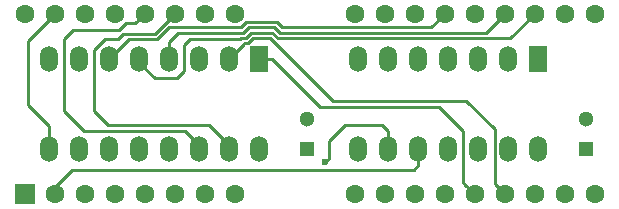
<source format=gbl>
G04 #@! TF.FileFunction,Copper,L4,Bot,Signal*
%FSLAX46Y46*%
G04 Gerber Fmt 4.6, Leading zero omitted, Abs format (unit mm)*
G04 Created by KiCad (PCBNEW 4.0.2-stable) date 5/20/2016 6:39:27 AM*
%MOMM*%
G01*
G04 APERTURE LIST*
%ADD10C,0.100000*%
%ADD11R,1.700000X1.700000*%
%ADD12C,1.600000*%
%ADD13R,1.501140X2.199640*%
%ADD14O,1.501140X2.199640*%
%ADD15R,1.300000X1.300000*%
%ADD16C,1.300000*%
%ADD17C,0.600000*%
%ADD18C,0.254000*%
%ADD19C,0.250000*%
G04 APERTURE END LIST*
D10*
D11*
X130399000Y-97937000D03*
D12*
X132939000Y-97937000D03*
X135479000Y-97937000D03*
X138019000Y-97937000D03*
X140559000Y-97937000D03*
X143099000Y-97937000D03*
X145639000Y-97937000D03*
X148179000Y-97937000D03*
X158339000Y-97937000D03*
X160879000Y-97937000D03*
X163419000Y-97937000D03*
X165959000Y-97937000D03*
X168499000Y-97937000D03*
X171039000Y-97937000D03*
X173579000Y-97937000D03*
X176119000Y-97937000D03*
X178659000Y-97937000D03*
X178659000Y-82697000D03*
X176119000Y-82697000D03*
X173579000Y-82697000D03*
X171039000Y-82697000D03*
X168499000Y-82697000D03*
X165959000Y-82697000D03*
X163419000Y-82697000D03*
X160879000Y-82697000D03*
X158339000Y-82697000D03*
X148179000Y-82697000D03*
X145639000Y-82697000D03*
X143099000Y-82697000D03*
X140559000Y-82697000D03*
X138019000Y-82697000D03*
X135479000Y-82697000D03*
X132939000Y-82697000D03*
X130399000Y-82697000D03*
D13*
X150266400Y-86512400D03*
D14*
X147726400Y-86512400D03*
X145186400Y-86512400D03*
X142646400Y-86512400D03*
X140106400Y-86512400D03*
X137566400Y-86512400D03*
X135026400Y-86512400D03*
X132486400Y-86512400D03*
X132486400Y-94132400D03*
X135026400Y-94132400D03*
X137566400Y-94132400D03*
X140106400Y-94132400D03*
X142646400Y-94132400D03*
X145186400Y-94132400D03*
X147726400Y-94132400D03*
X150266400Y-94132400D03*
D13*
X173863000Y-86487000D03*
D14*
X171323000Y-86487000D03*
X168783000Y-86487000D03*
X166243000Y-86487000D03*
X163703000Y-86487000D03*
X161163000Y-86487000D03*
X158623000Y-86487000D03*
X158623000Y-94107000D03*
X161163000Y-94107000D03*
X163703000Y-94107000D03*
X166243000Y-94107000D03*
X168783000Y-94107000D03*
X171323000Y-94107000D03*
X173863000Y-94107000D03*
D15*
X177927000Y-94107000D03*
D16*
X177927000Y-91607000D03*
D15*
X154305000Y-94107000D03*
D16*
X154305000Y-91607000D03*
D17*
X155829000Y-95250000D03*
D18*
X167699001Y-97137001D02*
X168499000Y-97937000D01*
X167513000Y-96951000D02*
X167699001Y-97137001D01*
X167513000Y-92583000D02*
X167513000Y-96951000D01*
X151295000Y-86487000D02*
X155359000Y-90551000D01*
X165481000Y-90551000D02*
X167513000Y-92583000D01*
X150241000Y-86487000D02*
X151295000Y-86487000D01*
X155359000Y-90551000D02*
X165481000Y-90551000D01*
D19*
X149733000Y-84734400D02*
X151155400Y-84734400D01*
X151155400Y-84734400D02*
X151432990Y-85011990D01*
X149631338Y-84836000D02*
X149631400Y-84836000D01*
X149631400Y-84836000D02*
X149733000Y-84734400D01*
X147701000Y-86487000D02*
X148971000Y-85217000D01*
X149181768Y-85184032D02*
X149283306Y-85184032D01*
X148971000Y-85217000D02*
X148971000Y-85184034D01*
X148971000Y-85184034D02*
X149181766Y-85184034D01*
X149181766Y-85184034D02*
X149181768Y-85184032D01*
X149283306Y-85184032D02*
X149631338Y-84836000D01*
D18*
X151432990Y-85011990D02*
X156464000Y-90043000D01*
X170195990Y-92471990D02*
X170195990Y-97093990D01*
X156464000Y-90043000D02*
X167767000Y-90043000D01*
X167767000Y-90043000D02*
X170195990Y-92471990D01*
X170195990Y-97093990D02*
X171039000Y-97937000D01*
X148740537Y-84732023D02*
X148636560Y-84836000D01*
X140081000Y-86837000D02*
X140081000Y-86487000D01*
X171511010Y-84764990D02*
X151828057Y-84764989D01*
X141382000Y-88138000D02*
X140081000Y-86837000D01*
X143256000Y-88138000D02*
X141382000Y-88138000D01*
X143891000Y-87503000D02*
X143256000Y-88138000D01*
X144399000Y-84836000D02*
X143891000Y-85344000D01*
X143891000Y-85344000D02*
X143891000Y-87503000D01*
X149545709Y-84282389D02*
X149096075Y-84732023D01*
X149096075Y-84732023D02*
X148740537Y-84732023D01*
X151828057Y-84764989D02*
X151345457Y-84282389D01*
X173579000Y-82697000D02*
X171511010Y-84764990D01*
X151345457Y-84282389D02*
X149545709Y-84282389D01*
X148636560Y-84836000D02*
X144399000Y-84836000D01*
X149357651Y-83828379D02*
X148908020Y-84278010D01*
X151533515Y-83828379D02*
X149357651Y-83828379D01*
X171039000Y-82697000D02*
X169425021Y-84310979D01*
X142621000Y-85083000D02*
X142621000Y-86487000D01*
X143376000Y-84328000D02*
X142621000Y-85083000D01*
X152016115Y-84310979D02*
X151533515Y-83828379D01*
X148502492Y-84328000D02*
X143376000Y-84328000D01*
X148552479Y-84278013D02*
X148502492Y-84328000D01*
X169425021Y-84310979D02*
X152016115Y-84310979D01*
X148908020Y-84278010D02*
X148552479Y-84278013D01*
X139192000Y-84836000D02*
X137541000Y-86487000D01*
X141605000Y-84836000D02*
X139192000Y-84836000D01*
X142616999Y-83824001D02*
X141605000Y-84836000D01*
X148719961Y-83824001D02*
X142616999Y-83824001D01*
X149169593Y-83374369D02*
X148719961Y-83824001D01*
X165959000Y-82697000D02*
X164831999Y-83824001D01*
X151721573Y-83374369D02*
X149169593Y-83374369D01*
X152171205Y-83824001D02*
X151721573Y-83374369D01*
X164831999Y-83824001D02*
X152171205Y-83824001D01*
X160655000Y-92075000D02*
X161163000Y-92583000D01*
X161163000Y-92583000D02*
X161163000Y-94107000D01*
X157480000Y-92075000D02*
X160655000Y-92075000D01*
X156128999Y-93426001D02*
X157480000Y-92075000D01*
X155829000Y-95250000D02*
X156128999Y-94950001D01*
X156128999Y-94950001D02*
X156128999Y-93426001D01*
X132939000Y-97937000D02*
X132939000Y-97312000D01*
X132939000Y-97312000D02*
X134366000Y-95885000D01*
X134366000Y-95885000D02*
X163322000Y-95885000D01*
X163322000Y-95885000D02*
X163703000Y-95504000D01*
X163703000Y-95504000D02*
X163703000Y-94107000D01*
X137160000Y-84836000D02*
X136271000Y-85725000D01*
X141414011Y-84381989D02*
X138749943Y-84381989D01*
X146019000Y-92075000D02*
X147701000Y-93757000D01*
X137414000Y-92075000D02*
X146019000Y-92075000D01*
X136271000Y-90932000D02*
X137414000Y-92075000D01*
X147701000Y-93757000D02*
X147701000Y-94107000D01*
X136271000Y-85725000D02*
X136271000Y-90932000D01*
X143099000Y-82697000D02*
X141414011Y-84381989D01*
X138295932Y-84836000D02*
X137160000Y-84836000D01*
X138749943Y-84381989D02*
X138295932Y-84836000D01*
X133731000Y-90932000D02*
X135382000Y-92583000D01*
X143987000Y-92583000D02*
X145161000Y-93757000D01*
X134493000Y-84074000D02*
X133731000Y-84836000D01*
X138415864Y-84074000D02*
X134493000Y-84074000D01*
X138992865Y-83496999D02*
X138415864Y-84074000D01*
X139759001Y-83496999D02*
X138992865Y-83496999D01*
X135382000Y-92583000D02*
X143987000Y-92583000D01*
X145161000Y-93757000D02*
X145161000Y-94107000D01*
X140559000Y-82697000D02*
X139759001Y-83496999D01*
X133731000Y-84836000D02*
X133731000Y-90932000D01*
X140559000Y-82697000D02*
X140442000Y-82697000D01*
X132461000Y-94107000D02*
X132461000Y-92202000D01*
X130683000Y-84953000D02*
X132939000Y-82697000D01*
X130683000Y-90424000D02*
X130683000Y-84953000D01*
X132461000Y-92202000D02*
X130683000Y-90424000D01*
M02*

</source>
